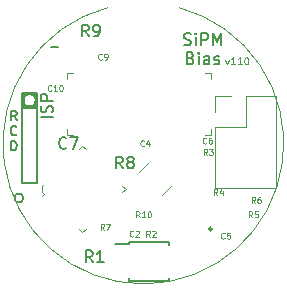
<source format=gbr>
G04 #@! TF.GenerationSoftware,KiCad,Pcbnew,(5.99.0-417-g8bd2765f3)*
G04 #@! TF.CreationDate,2020-07-21T00:47:38-04:00*
G04 #@! TF.ProjectId,bias,62696173-2e6b-4696-9361-645f70636258,rev?*
G04 #@! TF.SameCoordinates,Original*
G04 #@! TF.FileFunction,Legend,Top*
G04 #@! TF.FilePolarity,Positive*
%FSLAX46Y46*%
G04 Gerber Fmt 4.6, Leading zero omitted, Abs format (unit mm)*
G04 Created by KiCad (PCBNEW (5.99.0-417-g8bd2765f3)) date 2020-07-21 00:47:38*
%MOMM*%
%LPD*%
G04 APERTURE LIST*
%ADD10C,0.127000*%
%ADD11C,0.100000*%
%ADD12C,0.200000*%
%ADD13C,0.120000*%
%ADD14C,0.150000*%
%ADD15C,0.250000*%
%ADD16C,0.152400*%
%ADD17C,0.076200*%
%ADD18C,0.101600*%
G04 APERTURE END LIST*
D10*
X188827228Y-101487514D02*
X188827228Y-100725514D01*
X189008657Y-100725514D01*
X189117514Y-100761800D01*
X189190085Y-100834371D01*
X189226371Y-100906942D01*
X189262657Y-101052085D01*
X189262657Y-101160942D01*
X189226371Y-101306085D01*
X189190085Y-101378657D01*
X189117514Y-101451228D01*
X189008657Y-101487514D01*
X188827228Y-101487514D01*
X189237257Y-100119542D02*
X189200971Y-100155828D01*
X189092114Y-100192114D01*
X189019542Y-100192114D01*
X188910685Y-100155828D01*
X188838114Y-100083257D01*
X188801828Y-100010685D01*
X188765542Y-99865542D01*
X188765542Y-99756685D01*
X188801828Y-99611542D01*
X188838114Y-99538971D01*
X188910685Y-99466400D01*
X189019542Y-99430114D01*
X189092114Y-99430114D01*
X189200971Y-99466400D01*
X189237257Y-99502685D01*
X189262657Y-98922114D02*
X189008657Y-98559257D01*
X188827228Y-98922114D02*
X188827228Y-98160114D01*
X189117514Y-98160114D01*
X189190085Y-98196400D01*
X189226371Y-98232685D01*
X189262657Y-98305257D01*
X189262657Y-98414114D01*
X189226371Y-98486685D01*
X189190085Y-98522971D01*
X189117514Y-98559257D01*
X188827228Y-98559257D01*
D11*
X206924400Y-93800628D02*
X207067257Y-94200628D01*
X207210114Y-93800628D01*
X207752971Y-94200628D02*
X207410114Y-94200628D01*
X207581542Y-94200628D02*
X207581542Y-93600628D01*
X207524400Y-93686342D01*
X207467257Y-93743485D01*
X207410114Y-93772057D01*
X208324400Y-94200628D02*
X207981542Y-94200628D01*
X208152971Y-94200628D02*
X208152971Y-93600628D01*
X208095828Y-93686342D01*
X208038685Y-93743485D01*
X207981542Y-93772057D01*
X208695828Y-93600628D02*
X208752971Y-93600628D01*
X208810114Y-93629200D01*
X208838685Y-93657771D01*
X208867257Y-93714914D01*
X208895828Y-93829200D01*
X208895828Y-93972057D01*
X208867257Y-94086342D01*
X208838685Y-94143485D01*
X208810114Y-94172057D01*
X208752971Y-94200628D01*
X208695828Y-94200628D01*
X208638685Y-94172057D01*
X208610114Y-94143485D01*
X208581542Y-94086342D01*
X208552971Y-93972057D01*
X208552971Y-93829200D01*
X208581542Y-93714914D01*
X208610114Y-93657771D01*
X208638685Y-93629200D01*
X208695828Y-93600628D01*
D12*
X203433561Y-92538361D02*
X203576419Y-92585980D01*
X203814514Y-92585980D01*
X203909752Y-92538361D01*
X203957371Y-92490742D01*
X204004990Y-92395504D01*
X204004990Y-92300266D01*
X203957371Y-92205028D01*
X203909752Y-92157409D01*
X203814514Y-92109790D01*
X203624038Y-92062171D01*
X203528800Y-92014552D01*
X203481180Y-91966933D01*
X203433561Y-91871695D01*
X203433561Y-91776457D01*
X203481180Y-91681219D01*
X203528800Y-91633600D01*
X203624038Y-91585980D01*
X203862133Y-91585980D01*
X204004990Y-91633600D01*
X204433561Y-92585980D02*
X204433561Y-91919314D01*
X204433561Y-91585980D02*
X204385942Y-91633600D01*
X204433561Y-91681219D01*
X204481180Y-91633600D01*
X204433561Y-91585980D01*
X204433561Y-91681219D01*
X204909752Y-92585980D02*
X204909752Y-91585980D01*
X205290704Y-91585980D01*
X205385942Y-91633600D01*
X205433561Y-91681219D01*
X205481180Y-91776457D01*
X205481180Y-91919314D01*
X205433561Y-92014552D01*
X205385942Y-92062171D01*
X205290704Y-92109790D01*
X204909752Y-92109790D01*
X205909752Y-92585980D02*
X205909752Y-91585980D01*
X206243085Y-92300266D01*
X206576419Y-91585980D01*
X206576419Y-92585980D01*
X204004990Y-93672171D02*
X204147847Y-93719790D01*
X204195466Y-93767409D01*
X204243085Y-93862647D01*
X204243085Y-94005504D01*
X204195466Y-94100742D01*
X204147847Y-94148361D01*
X204052609Y-94195980D01*
X203671657Y-94195980D01*
X203671657Y-93195980D01*
X204004990Y-93195980D01*
X204100228Y-93243600D01*
X204147847Y-93291219D01*
X204195466Y-93386457D01*
X204195466Y-93481695D01*
X204147847Y-93576933D01*
X204100228Y-93624552D01*
X204004990Y-93672171D01*
X203671657Y-93672171D01*
X204671657Y-94195980D02*
X204671657Y-93529314D01*
X204671657Y-93195980D02*
X204624038Y-93243600D01*
X204671657Y-93291219D01*
X204719276Y-93243600D01*
X204671657Y-93195980D01*
X204671657Y-93291219D01*
X205576419Y-94195980D02*
X205576419Y-93672171D01*
X205528800Y-93576933D01*
X205433561Y-93529314D01*
X205243085Y-93529314D01*
X205147847Y-93576933D01*
X205576419Y-94148361D02*
X205481180Y-94195980D01*
X205243085Y-94195980D01*
X205147847Y-94148361D01*
X205100228Y-94053123D01*
X205100228Y-93957885D01*
X205147847Y-93862647D01*
X205243085Y-93815028D01*
X205481180Y-93815028D01*
X205576419Y-93767409D01*
X206004990Y-94148361D02*
X206100228Y-94195980D01*
X206290704Y-94195980D01*
X206385942Y-94148361D01*
X206433561Y-94053123D01*
X206433561Y-94005504D01*
X206385942Y-93910266D01*
X206290704Y-93862647D01*
X206147847Y-93862647D01*
X206052609Y-93815028D01*
X206004990Y-93719790D01*
X206004990Y-93672171D01*
X206052609Y-93576933D01*
X206147847Y-93529314D01*
X206290704Y-93529314D01*
X206385942Y-93576933D01*
D13*
X203010749Y-89407366D02*
G75*
G02X196980000Y-89410000I-3010351J-11503331D01*
G01*
D14*
X189851200Y-97763400D02*
X190867200Y-97763400D01*
X190867200Y-97890400D02*
X189851200Y-97890400D01*
X190867200Y-96747400D02*
X190867200Y-97890400D01*
X189851200Y-96747400D02*
X190867200Y-96747400D01*
X189851200Y-97890400D02*
X189851200Y-96747400D01*
X190898015Y-97255400D02*
G75*
G03X190898015Y-97255400I-538815J0D01*
G01*
X190994200Y-104240400D02*
X189724200Y-104240400D01*
X190994200Y-96620400D02*
X190994200Y-104240400D01*
X189724200Y-96620400D02*
X190994200Y-96620400D01*
X189724200Y-104240400D02*
X189724200Y-96620400D01*
D11*
X198499290Y-104767087D02*
X198216447Y-105049930D01*
X198216447Y-104484245D02*
X198499290Y-104767087D01*
X194822334Y-101090132D02*
X195105177Y-101372975D01*
X194822334Y-101090132D02*
X194539492Y-101372975D01*
X194822334Y-108444043D02*
X194539492Y-108161200D01*
X195105177Y-108161200D02*
X194822334Y-108444043D01*
X191569643Y-105191352D02*
X191428222Y-105332773D01*
X191428222Y-105049930D02*
X191569643Y-105191352D01*
X191428222Y-104484245D02*
X191428222Y-105049930D01*
X191569643Y-104342823D02*
X191428222Y-104484245D01*
D15*
X205814200Y-108150400D02*
G75*
G03X205814200Y-108150400I-125000J0D01*
G01*
D16*
X189839600Y-105524300D02*
G75*
G03X189839600Y-105524300I-381000J0D01*
G01*
D11*
X205759240Y-100222680D02*
X205759240Y-99722680D01*
X205759240Y-100222680D02*
X205259240Y-100222680D01*
X193559240Y-99722680D02*
X193559240Y-100222680D01*
X193559240Y-100222680D02*
X194059240Y-100222680D01*
X193559240Y-94972680D02*
X193559240Y-95472680D01*
X193559240Y-94972680D02*
X194059240Y-94972680D01*
X205759240Y-94972680D02*
X205759240Y-95472680D01*
X205759240Y-94972680D02*
X205259240Y-94972680D01*
D14*
X198807200Y-109446400D02*
X197582200Y-109446400D01*
X198807200Y-112571400D02*
X202157200Y-112571400D01*
X198807200Y-109221400D02*
X202157200Y-109221400D01*
X198807200Y-112571400D02*
X198807200Y-112271400D01*
X202157200Y-112571400D02*
X202157200Y-112271400D01*
X202157200Y-109221400D02*
X202157200Y-109521400D01*
X198807200Y-109221400D02*
X198807200Y-109446400D01*
D13*
X206061000Y-104670000D02*
X211261000Y-104670000D01*
X206061000Y-99530000D02*
X206061000Y-104670000D01*
X211261000Y-96930000D02*
X211261000Y-104670000D01*
X206061000Y-99530000D02*
X208661000Y-99530000D01*
X208661000Y-99530000D02*
X208661000Y-96930000D01*
X208661000Y-96930000D02*
X211261000Y-96930000D01*
X206061000Y-98260000D02*
X206061000Y-96930000D01*
X206061000Y-96930000D02*
X207391000Y-96930000D01*
X199626811Y-103314458D02*
X200478258Y-102463011D01*
X201550142Y-105237789D02*
X202401589Y-104386342D01*
D16*
X192757862Y-92751400D02*
X192192400Y-92751400D01*
D17*
X199673028Y-107163809D02*
X199503695Y-106921904D01*
X199382742Y-107163809D02*
X199382742Y-106655809D01*
X199576266Y-106655809D01*
X199624647Y-106680000D01*
X199648838Y-106704190D01*
X199673028Y-106752571D01*
X199673028Y-106825142D01*
X199648838Y-106873523D01*
X199624647Y-106897714D01*
X199576266Y-106921904D01*
X199382742Y-106921904D01*
X200156838Y-107163809D02*
X199866552Y-107163809D01*
X200011695Y-107163809D02*
X200011695Y-106655809D01*
X199963314Y-106728380D01*
X199914933Y-106776761D01*
X199866552Y-106800952D01*
X200471314Y-106655809D02*
X200519695Y-106655809D01*
X200568076Y-106680000D01*
X200592266Y-106704190D01*
X200616457Y-106752571D01*
X200640647Y-106849333D01*
X200640647Y-106970285D01*
X200616457Y-107067047D01*
X200592266Y-107115428D01*
X200568076Y-107139619D01*
X200519695Y-107163809D01*
X200471314Y-107163809D01*
X200422933Y-107139619D01*
X200398742Y-107115428D01*
X200374552Y-107067047D01*
X200350361Y-106970285D01*
X200350361Y-106849333D01*
X200374552Y-106752571D01*
X200398742Y-106704190D01*
X200422933Y-106680000D01*
X200471314Y-106655809D01*
D14*
X195363333Y-91847380D02*
X195030000Y-91371190D01*
X194791904Y-91847380D02*
X194791904Y-90847380D01*
X195172857Y-90847380D01*
X195268095Y-90895000D01*
X195315714Y-90942619D01*
X195363333Y-91037857D01*
X195363333Y-91180714D01*
X195315714Y-91275952D01*
X195268095Y-91323571D01*
X195172857Y-91371190D01*
X194791904Y-91371190D01*
X195839523Y-91847380D02*
X196030000Y-91847380D01*
X196125238Y-91799761D01*
X196172857Y-91752142D01*
X196268095Y-91609285D01*
X196315714Y-91418809D01*
X196315714Y-91037857D01*
X196268095Y-90942619D01*
X196220476Y-90895000D01*
X196125238Y-90847380D01*
X195934761Y-90847380D01*
X195839523Y-90895000D01*
X195791904Y-90942619D01*
X195744285Y-91037857D01*
X195744285Y-91275952D01*
X195791904Y-91371190D01*
X195839523Y-91418809D01*
X195934761Y-91466428D01*
X196125238Y-91466428D01*
X196220476Y-91418809D01*
X196268095Y-91371190D01*
X196315714Y-91275952D01*
X198237533Y-103022780D02*
X197904200Y-102546590D01*
X197666104Y-103022780D02*
X197666104Y-102022780D01*
X198047057Y-102022780D01*
X198142295Y-102070400D01*
X198189914Y-102118019D01*
X198237533Y-102213257D01*
X198237533Y-102356114D01*
X198189914Y-102451352D01*
X198142295Y-102498971D01*
X198047057Y-102546590D01*
X197666104Y-102546590D01*
X198808961Y-102451352D02*
X198713723Y-102403733D01*
X198666104Y-102356114D01*
X198618485Y-102260876D01*
X198618485Y-102213257D01*
X198666104Y-102118019D01*
X198713723Y-102070400D01*
X198808961Y-102022780D01*
X198999438Y-102022780D01*
X199094676Y-102070400D01*
X199142295Y-102118019D01*
X199189914Y-102213257D01*
X199189914Y-102260876D01*
X199142295Y-102356114D01*
X199094676Y-102403733D01*
X198999438Y-102451352D01*
X198808961Y-102451352D01*
X198713723Y-102498971D01*
X198666104Y-102546590D01*
X198618485Y-102641828D01*
X198618485Y-102832304D01*
X198666104Y-102927542D01*
X198713723Y-102975161D01*
X198808961Y-103022780D01*
X198999438Y-103022780D01*
X199094676Y-102975161D01*
X199142295Y-102927542D01*
X199189914Y-102832304D01*
X199189914Y-102641828D01*
X199142295Y-102546590D01*
X199094676Y-102498971D01*
X198999438Y-102451352D01*
D18*
X196663733Y-108205209D02*
X196494400Y-107963304D01*
X196373447Y-108205209D02*
X196373447Y-107697209D01*
X196566971Y-107697209D01*
X196615352Y-107721400D01*
X196639542Y-107745590D01*
X196663733Y-107793971D01*
X196663733Y-107866542D01*
X196639542Y-107914923D01*
X196615352Y-107939114D01*
X196566971Y-107963304D01*
X196373447Y-107963304D01*
X196833066Y-107697209D02*
X197171733Y-107697209D01*
X196954019Y-108205209D01*
D17*
X209465333Y-105944609D02*
X209296000Y-105702704D01*
X209175047Y-105944609D02*
X209175047Y-105436609D01*
X209368571Y-105436609D01*
X209416952Y-105460800D01*
X209441142Y-105484990D01*
X209465333Y-105533371D01*
X209465333Y-105605942D01*
X209441142Y-105654323D01*
X209416952Y-105678514D01*
X209368571Y-105702704D01*
X209175047Y-105702704D01*
X209900761Y-105436609D02*
X209804000Y-105436609D01*
X209755619Y-105460800D01*
X209731428Y-105484990D01*
X209683047Y-105557561D01*
X209658857Y-105654323D01*
X209658857Y-105847847D01*
X209683047Y-105896228D01*
X209707238Y-105920419D01*
X209755619Y-105944609D01*
X209852380Y-105944609D01*
X209900761Y-105920419D01*
X209924952Y-105896228D01*
X209949142Y-105847847D01*
X209949142Y-105726895D01*
X209924952Y-105678514D01*
X209900761Y-105654323D01*
X209852380Y-105630133D01*
X209755619Y-105630133D01*
X209707238Y-105654323D01*
X209683047Y-105678514D01*
X209658857Y-105726895D01*
X209236733Y-107163809D02*
X209067400Y-106921904D01*
X208946447Y-107163809D02*
X208946447Y-106655809D01*
X209139971Y-106655809D01*
X209188352Y-106680000D01*
X209212542Y-106704190D01*
X209236733Y-106752571D01*
X209236733Y-106825142D01*
X209212542Y-106873523D01*
X209188352Y-106897714D01*
X209139971Y-106921904D01*
X208946447Y-106921904D01*
X209696352Y-106655809D02*
X209454447Y-106655809D01*
X209430257Y-106897714D01*
X209454447Y-106873523D01*
X209502828Y-106849333D01*
X209623780Y-106849333D01*
X209672161Y-106873523D01*
X209696352Y-106897714D01*
X209720542Y-106946095D01*
X209720542Y-107067047D01*
X209696352Y-107115428D01*
X209672161Y-107139619D01*
X209623780Y-107163809D01*
X209502828Y-107163809D01*
X209454447Y-107139619D01*
X209430257Y-107115428D01*
X206264933Y-105284209D02*
X206095600Y-105042304D01*
X205974647Y-105284209D02*
X205974647Y-104776209D01*
X206168171Y-104776209D01*
X206216552Y-104800400D01*
X206240742Y-104824590D01*
X206264933Y-104872971D01*
X206264933Y-104945542D01*
X206240742Y-104993923D01*
X206216552Y-105018114D01*
X206168171Y-105042304D01*
X205974647Y-105042304D01*
X206700361Y-104945542D02*
X206700361Y-105284209D01*
X206579409Y-104752019D02*
X206458457Y-105114876D01*
X206772933Y-105114876D01*
X205401333Y-101880609D02*
X205232000Y-101638704D01*
X205111047Y-101880609D02*
X205111047Y-101372609D01*
X205304571Y-101372609D01*
X205352952Y-101396800D01*
X205377142Y-101420990D01*
X205401333Y-101469371D01*
X205401333Y-101541942D01*
X205377142Y-101590323D01*
X205352952Y-101614514D01*
X205304571Y-101638704D01*
X205111047Y-101638704D01*
X205570666Y-101372609D02*
X205885142Y-101372609D01*
X205715809Y-101566133D01*
X205788380Y-101566133D01*
X205836761Y-101590323D01*
X205860952Y-101614514D01*
X205885142Y-101662895D01*
X205885142Y-101783847D01*
X205860952Y-101832228D01*
X205836761Y-101856419D01*
X205788380Y-101880609D01*
X205643238Y-101880609D01*
X205594857Y-101856419D01*
X205570666Y-101832228D01*
X200549933Y-108814809D02*
X200380600Y-108572904D01*
X200259647Y-108814809D02*
X200259647Y-108306809D01*
X200453171Y-108306809D01*
X200501552Y-108331000D01*
X200525742Y-108355190D01*
X200549933Y-108403571D01*
X200549933Y-108476142D01*
X200525742Y-108524523D01*
X200501552Y-108548714D01*
X200453171Y-108572904D01*
X200259647Y-108572904D01*
X200743457Y-108355190D02*
X200767647Y-108331000D01*
X200816028Y-108306809D01*
X200936980Y-108306809D01*
X200985361Y-108331000D01*
X201009552Y-108355190D01*
X201033742Y-108403571D01*
X201033742Y-108451952D01*
X201009552Y-108524523D01*
X200719266Y-108814809D01*
X201033742Y-108814809D01*
D14*
X195692733Y-110967780D02*
X195359400Y-110491590D01*
X195121304Y-110967780D02*
X195121304Y-109967780D01*
X195502257Y-109967780D01*
X195597495Y-110015400D01*
X195645114Y-110063019D01*
X195692733Y-110158257D01*
X195692733Y-110301114D01*
X195645114Y-110396352D01*
X195597495Y-110443971D01*
X195502257Y-110491590D01*
X195121304Y-110491590D01*
X196645114Y-110967780D02*
X196073685Y-110967780D01*
X196359400Y-110967780D02*
X196359400Y-109967780D01*
X196264161Y-110110638D01*
X196168923Y-110205876D01*
X196073685Y-110253495D01*
X192311580Y-98706590D02*
X191311580Y-98706590D01*
X192263961Y-98278019D02*
X192311580Y-98135161D01*
X192311580Y-97897066D01*
X192263961Y-97801828D01*
X192216342Y-97754209D01*
X192121104Y-97706590D01*
X192025866Y-97706590D01*
X191930628Y-97754209D01*
X191883009Y-97801828D01*
X191835390Y-97897066D01*
X191787771Y-98087542D01*
X191740152Y-98182780D01*
X191692533Y-98230400D01*
X191597295Y-98278019D01*
X191502057Y-98278019D01*
X191406819Y-98230400D01*
X191359200Y-98182780D01*
X191311580Y-98087542D01*
X191311580Y-97849447D01*
X191359200Y-97706590D01*
X192311580Y-97278019D02*
X191311580Y-97278019D01*
X191311580Y-96897066D01*
X191359200Y-96801828D01*
X191406819Y-96754209D01*
X191502057Y-96706590D01*
X191644914Y-96706590D01*
X191740152Y-96754209D01*
X191787771Y-96801828D01*
X191835390Y-96897066D01*
X191835390Y-97278019D01*
D17*
X192205428Y-96422028D02*
X192181238Y-96446219D01*
X192108666Y-96470409D01*
X192060285Y-96470409D01*
X191987714Y-96446219D01*
X191939333Y-96397838D01*
X191915142Y-96349457D01*
X191890952Y-96252695D01*
X191890952Y-96180123D01*
X191915142Y-96083361D01*
X191939333Y-96034980D01*
X191987714Y-95986600D01*
X192060285Y-95962409D01*
X192108666Y-95962409D01*
X192181238Y-95986600D01*
X192205428Y-96010790D01*
X192689238Y-96470409D02*
X192398952Y-96470409D01*
X192544095Y-96470409D02*
X192544095Y-95962409D01*
X192495714Y-96034980D01*
X192447333Y-96083361D01*
X192398952Y-96107552D01*
X193003714Y-95962409D02*
X193052095Y-95962409D01*
X193100476Y-95986600D01*
X193124666Y-96010790D01*
X193148857Y-96059171D01*
X193173047Y-96155933D01*
X193173047Y-96276885D01*
X193148857Y-96373647D01*
X193124666Y-96422028D01*
X193100476Y-96446219D01*
X193052095Y-96470409D01*
X193003714Y-96470409D01*
X192955333Y-96446219D01*
X192931142Y-96422028D01*
X192906952Y-96373647D01*
X192882761Y-96276885D01*
X192882761Y-96155933D01*
X192906952Y-96059171D01*
X192931142Y-96010790D01*
X192955333Y-95986600D01*
X193003714Y-95962409D01*
X196485933Y-93755028D02*
X196461742Y-93779219D01*
X196389171Y-93803409D01*
X196340790Y-93803409D01*
X196268219Y-93779219D01*
X196219838Y-93730838D01*
X196195647Y-93682457D01*
X196171457Y-93585695D01*
X196171457Y-93513123D01*
X196195647Y-93416361D01*
X196219838Y-93367980D01*
X196268219Y-93319600D01*
X196340790Y-93295409D01*
X196389171Y-93295409D01*
X196461742Y-93319600D01*
X196485933Y-93343790D01*
X196727838Y-93803409D02*
X196824600Y-93803409D01*
X196872980Y-93779219D01*
X196897171Y-93755028D01*
X196945552Y-93682457D01*
X196969742Y-93585695D01*
X196969742Y-93392171D01*
X196945552Y-93343790D01*
X196921361Y-93319600D01*
X196872980Y-93295409D01*
X196776219Y-93295409D01*
X196727838Y-93319600D01*
X196703647Y-93343790D01*
X196679457Y-93392171D01*
X196679457Y-93513123D01*
X196703647Y-93561504D01*
X196727838Y-93585695D01*
X196776219Y-93609885D01*
X196872980Y-93609885D01*
X196921361Y-93585695D01*
X196945552Y-93561504D01*
X196969742Y-93513123D01*
D14*
X193482933Y-101277542D02*
X193435314Y-101325161D01*
X193292457Y-101372780D01*
X193197219Y-101372780D01*
X193054361Y-101325161D01*
X192959123Y-101229923D01*
X192911504Y-101134685D01*
X192863885Y-100944209D01*
X192863885Y-100801352D01*
X192911504Y-100610876D01*
X192959123Y-100515638D01*
X193054361Y-100420400D01*
X193197219Y-100372780D01*
X193292457Y-100372780D01*
X193435314Y-100420400D01*
X193482933Y-100468019D01*
X193816266Y-100372780D02*
X194482933Y-100372780D01*
X194054361Y-101372780D01*
D17*
X205325133Y-100867028D02*
X205300942Y-100891219D01*
X205228371Y-100915409D01*
X205179990Y-100915409D01*
X205107419Y-100891219D01*
X205059038Y-100842838D01*
X205034847Y-100794457D01*
X205010657Y-100697695D01*
X205010657Y-100625123D01*
X205034847Y-100528361D01*
X205059038Y-100479980D01*
X205107419Y-100431600D01*
X205179990Y-100407409D01*
X205228371Y-100407409D01*
X205300942Y-100431600D01*
X205325133Y-100455790D01*
X205760561Y-100407409D02*
X205663800Y-100407409D01*
X205615419Y-100431600D01*
X205591228Y-100455790D01*
X205542847Y-100528361D01*
X205518657Y-100625123D01*
X205518657Y-100818647D01*
X205542847Y-100867028D01*
X205567038Y-100891219D01*
X205615419Y-100915409D01*
X205712180Y-100915409D01*
X205760561Y-100891219D01*
X205784752Y-100867028D01*
X205808942Y-100818647D01*
X205808942Y-100697695D01*
X205784752Y-100649314D01*
X205760561Y-100625123D01*
X205712180Y-100600933D01*
X205615419Y-100600933D01*
X205567038Y-100625123D01*
X205542847Y-100649314D01*
X205518657Y-100697695D01*
X206874533Y-108918828D02*
X206850342Y-108943019D01*
X206777771Y-108967209D01*
X206729390Y-108967209D01*
X206656819Y-108943019D01*
X206608438Y-108894638D01*
X206584247Y-108846257D01*
X206560057Y-108749495D01*
X206560057Y-108676923D01*
X206584247Y-108580161D01*
X206608438Y-108531780D01*
X206656819Y-108483400D01*
X206729390Y-108459209D01*
X206777771Y-108459209D01*
X206850342Y-108483400D01*
X206874533Y-108507590D01*
X207334152Y-108459209D02*
X207092247Y-108459209D01*
X207068057Y-108701114D01*
X207092247Y-108676923D01*
X207140628Y-108652733D01*
X207261580Y-108652733D01*
X207309961Y-108676923D01*
X207334152Y-108701114D01*
X207358342Y-108749495D01*
X207358342Y-108870447D01*
X207334152Y-108918828D01*
X207309961Y-108943019D01*
X207261580Y-108967209D01*
X207140628Y-108967209D01*
X207092247Y-108943019D01*
X207068057Y-108918828D01*
X200067333Y-101095628D02*
X200043142Y-101119819D01*
X199970571Y-101144009D01*
X199922190Y-101144009D01*
X199849619Y-101119819D01*
X199801238Y-101071438D01*
X199777047Y-101023057D01*
X199752857Y-100926295D01*
X199752857Y-100853723D01*
X199777047Y-100756961D01*
X199801238Y-100708580D01*
X199849619Y-100660200D01*
X199922190Y-100636009D01*
X199970571Y-100636009D01*
X200043142Y-100660200D01*
X200067333Y-100684390D01*
X200502761Y-100805342D02*
X200502761Y-101144009D01*
X200381809Y-100611819D02*
X200260857Y-100974676D01*
X200575333Y-100974676D01*
X199152933Y-108741028D02*
X199128742Y-108765219D01*
X199056171Y-108789409D01*
X199007790Y-108789409D01*
X198935219Y-108765219D01*
X198886838Y-108716838D01*
X198862647Y-108668457D01*
X198838457Y-108571695D01*
X198838457Y-108499123D01*
X198862647Y-108402361D01*
X198886838Y-108353980D01*
X198935219Y-108305600D01*
X199007790Y-108281409D01*
X199056171Y-108281409D01*
X199128742Y-108305600D01*
X199152933Y-108329790D01*
X199346457Y-108329790D02*
X199370647Y-108305600D01*
X199419028Y-108281409D01*
X199539980Y-108281409D01*
X199588361Y-108305600D01*
X199612552Y-108329790D01*
X199636742Y-108378171D01*
X199636742Y-108426552D01*
X199612552Y-108499123D01*
X199322266Y-108789409D01*
X199636742Y-108789409D01*
M02*

</source>
